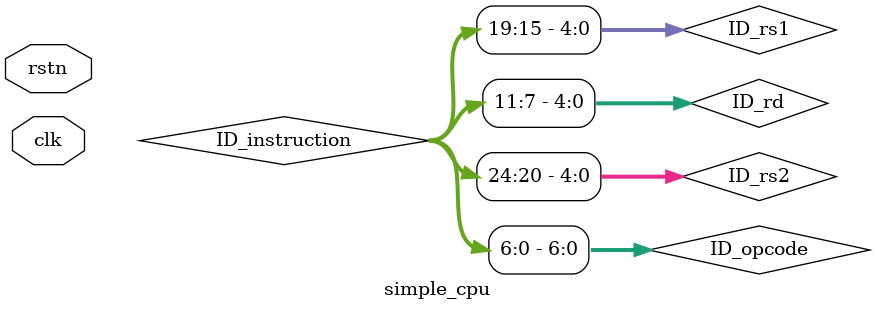
<source format=v>


module simple_cpu
#(parameter DATA_WIDTH = 32)(
  input clk,
  input rstn
);

///////////////////////////////////////////////////////////////////////////////
// TODO:  Declare all wires / registers that are needed
///////////////////////////////////////////////////////////////////////////////
// 1) Pipeline registers (wires to / from pipeline register modules)
// 2) In / Out ports for other modules
// 3) Additional wires for multiplexers or other mdoules you instantiate

//////// IF stage ////////
wire [DATA_WIDTH-1:0] IF_instruction;
wire [DATA_WIDTH-1:0] IF_PC_PLUS_4;

//////// ID stage ////////
// notation : XX_ : XX stage에서 "쓰는" 정보, AABB_reg 이면 BB에서 쓰이는 정보
wire [DATA_WIDTH-1:0] ID_instruction;
wire [DATA_WIDTH-1:0] ID_PC;
wire [DATA_WIDTH-1:0] ID_PC_PLUS_4;

// instruction fields
wire [6:0] ID_opcode = ID_instruction[6:0];
wire [6:0] ID_funct7 = ID_instruction[31:25];
wire [2:0] ID_funct3 = ID_instruction[14:12];

// for R type
wire [4:0] ID_rs1  = ID_instruction[19:15];
wire [4:0] ID_rs2  = ID_instruction[24:20];
wire [4:0] ID_rd   = ID_instruction[11:7];

// regfile output
wire [31:0] ID_rs1_out, ID_rs2_out;

// immgen
wire [DATA_WIDTH-1:0] ID_sextimm; // sign-extended immediate value

// control unit
wire [1:0]	ID_jump;
wire 		ID_branch;      	
wire [1:0] 	ID_alu_op; 	
wire 		ID_alu_src; 		
wire 		ID_mem_read; 		
wire 		ID_mem_to_reg; 	
wire 		ID_mem_write;	
wire 		ID_reg_write; 	

wire stall, flush;

//////// EX stage ////////
wire [DATA_WIDTH-1:0] EX_PC;
wire [DATA_WIDTH-1:0] EX_PC_PLUS_4;
wire [DATA_WIDTH-1:0] EX_PC_TARGET;

wire [6:0] EX_opcode;
wire [6:0] EX_funct7;
wire [2:0] EX_funct3;

wire [4:0] EX_rs1, EX_rs2, EX_rd;
wire [31:0] EX_rs1_out, EX_rs2_out, EX_rs2_mid_out;

wire [DATA_WIDTH-1:0] EX_sextimm; // sign-extended immediate value

// control unit
wire [1:0] 	EX_jump;
wire 		EX_branch;
wire [1:0] 	EX_alu_op;
wire 		EX_alu_src;
wire 		EX_mem_read;
wire 		EX_mem_to_reg;
wire 		EX_mem_write;
wire 		EX_reg_write;

wire [31:0] EX_alu_result;
wire EX_alu_check;
wire EX_taken;
wire [3:0] EX_alu_func;

wire [1:0] forward_a, forward_b; // forwarding signals
wire [31:0] EX_alu_in1_fwd, EX_alu_in2_fwd; // ALU inputs after forwarding

//////// MEM stage ////////
wire [DATA_WIDTH-1:0] MEM_PC_PLUS_4;
wire [DATA_WIDTH-1:0] MEM_PC_TARGET;

// control unit
wire [1:0] 	MEM_jump;
wire 		MEM_branch;
wire [1:0] 	MEM_alu_op;
wire 		MEM_alu_src;
wire 		MEM_mem_read;
wire 		MEM_mem_to_reg;
wire 		MEM_mem_write;
wire 		MEM_reg_write;

wire MEM_taken;
wire [31:0] MEM_alu_result;
wire [2:0] 	MEM_funct3;
wire [4:0] 	MEM_rd;
wire [31:0] MEM_write_data;
wire [31:0] MEM_read_data;

//////// WB stage ////////
wire [DATA_WIDTH-1:0] WB_PC_PLUS_4;

// control unit
wire [1:0] 	WB_jump;
wire 		WB_mem_to_reg;
wire 		WB_reg_write;

wire [31:0] WB_read_data;
wire [31:0] WB_alu_result;
wire [4:0] 	WB_rd;

wire [31:0] WB_write_data;

///////////////////////////////////////////////////////////////////////////////
// Instruction Fetch (IF)
///////////////////////////////////////////////////////////////////////////////

reg [DATA_WIDTH-1:0] PC;    // program counter (32 bits)

wire [DATA_WIDTH-1:0] NEXT_PC;
wire [DATA_WIDTH-1:0] NEXT_PC_mid_out_1;
wire [DATA_WIDTH-1:0] NEXT_PC_mid_out_2;

/////////////// PC selection muxes ///////////////
mux_2x1 m_branch_mux(
  .in1(IF_PC_PLUS_4), // PC+4
  .in2(MEM_PC_TARGET), // branch target

  .select(MEM_taken), // branch taken

  .out(NEXT_PC_mid_out_1)
);

mux_4x1 m_jump_mux(
  .in1(NEXT_PC_mid_out_1),  // branch target or PC+4
  .in2(MEM_PC_TARGET),      // JAL
  .in3(32'b0),              // CANNOT FALL HERE
  .in4(MEM_alu_result),     // JALR

  .select(MEM_jump),

  .out(NEXT_PC_mid_out_2)
);

mux_2x1 m_stall_mux(
  .in1(NEXT_PC_mid_out_2),  // either branch, jump, PC+4
  .in2(PC),                 // hold PC when stall

  .select(!flush && stall),

  .out(NEXT_PC)
);

/* m_next_pc_adder */
adder m_pc_plus_4_adder(
  .in_a   (PC),
  .in_b   (32'h0000_0004),

  .result (IF_PC_PLUS_4)
);

always @(posedge clk) begin
  if (rstn == 1'b0) begin
    PC <= 32'h00000000;
  end
  else PC <= NEXT_PC;
end

/* instruction: read current instruction from inst mem */
instruction_memory m_instruction_memory(
  .address    (PC),

  .instruction(IF_instruction)
);

/* forward to IF/ID stage registers */
ifid_reg m_ifid_reg(
  // TODO: Add flush or stall signal if it is needed
  .clk            (clk),
  .if_PC          (PC),
  .if_pc_plus_4   (IF_PC_PLUS_4),
  .if_instruction (IF_instruction),

  .id_PC          (ID_PC),
  .id_pc_plus_4   (ID_PC_PLUS_4),
  .id_instruction (ID_instruction),

  .flush          (flush),
  .stall          (stall)
);


//////////////////////////////////////////////////////////////////////////////////
// Instruction Decode (ID)
//////////////////////////////////////////////////////////////////////////////////

/* m_hazard: hazard detection unit */
hazard m_hazard(
  // TODO: implement hazard detection unit & do wiring
  .ID_rs1(ID_rs1),
  .ID_rs2(ID_rs2),
  .EX_rd(EX_rd),
  .EX_mem_read(EX_mem_read),
  .branch_taken(MEM_taken),
  .MEM_jump(MEM_jump[0]),

  .flush(flush),
  .stall(stall)
);

/* m_control: control unit */
control m_control(
  .opcode     (ID_opcode),

  .jump       (ID_jump),
  .branch     (ID_branch),
  .alu_op     (ID_alu_op),
  .alu_src    (ID_alu_src),
  .mem_read   (ID_mem_read),
  .mem_to_reg (ID_mem_to_reg),
  .mem_write  (ID_mem_write),
  .reg_write  (ID_reg_write)
);

/* m_imm_generator: immediate generator */
imm_generator m_immediate_generator(
  .instruction(ID_instruction),

  .sextimm    (ID_sextimm)
);

/* m_register_file: register file */
register_file m_register_file(
  .clk        (clk),
  .readreg1   (ID_rs1),
  .readreg2   (ID_rs2),
  .writereg   (WB_rd),
  .wen        (WB_reg_write),
  .writedata  (WB_write_data),

  .readdata1  (ID_rs1_out),
  .readdata2  (ID_rs2_out)
);

/* forward to ID/EX stage registers */
idex_reg m_idex_reg(
  // TODO: Add flush or stall signal if it is needed
  .clk          (clk),
  .id_PC        (ID_PC),
  .id_pc_plus_4 (ID_PC_PLUS_4),
  .id_jump      (ID_jump), // 2bit
  .id_branch    (ID_branch),
  .id_aluop     (ID_alu_op),
  .id_alusrc    (ID_alu_src),
  .id_memread   (ID_mem_read),
  .id_memwrite  (ID_mem_write),
  .id_memtoreg  (ID_mem_to_reg),
  .id_regwrite  (ID_reg_write),
  .id_sextimm   (ID_sextimm),
  .id_funct7    (ID_funct7),
  .id_funct3    (ID_funct3),
  .id_readdata1 (ID_rs1_out),
  .id_readdata2 (ID_rs2_out),
  .id_rs1       (ID_rs1),
  .id_rs2       (ID_rs2),
  .id_rd        (ID_rd),

  .ex_PC        (EX_PC),
  .ex_pc_plus_4 (EX_PC_PLUS_4),
  .ex_jump      (EX_jump),
  .ex_branch    (EX_branch),
  .ex_aluop     (EX_alu_op),
  .ex_alusrc    (EX_alu_src),
  .ex_memread   (EX_mem_read),
  .ex_memwrite  (EX_mem_write),
  .ex_memtoreg  (EX_mem_to_reg),
  .ex_regwrite  (EX_reg_write),
  .ex_sextimm   (EX_sextimm),
  .ex_funct7    (EX_funct7),
  .ex_funct3    (EX_funct3),
  .ex_readdata1 (EX_rs1_out),
  .ex_readdata2 (EX_rs2_out),
  .ex_rs1       (EX_rs1),
  .ex_rs2       (EX_rs2),
  .ex_rd        (EX_rd),

  .flush        (flush),
  .stall        (stall)
);

//////////////////////////////////////////////////////////////////////////////////
// Execute (EX) 
//////////////////////////////////////////////////////////////////////////////////

/* m_branch_target_adder: PC + imm for branch address */
adder m_branch_target_adder(
  .in_a   (EX_PC),
  .in_b   (EX_sextimm),

  .result (EX_PC_TARGET)
);

/* m_branch_control : checks T/NT */
branch_control m_branch_control(
  .branch (EX_branch),
  .check  (EX_alu_check),
  
  .taken  (EX_taken)
);

/* alu control : generates alu_func signal */
alu_control m_alu_control(
  .alu_op   (EX_alu_op),
  .funct7   (EX_funct7),
  .funct3   (EX_funct3),

  .alu_func (EX_alu_func)
);

/* m_alu */
alu m_alu(
  .alu_func (EX_alu_func),
  .in_a     (EX_alu_in1_fwd), 
  .in_b     (EX_alu_in2_fwd), 

  .result   (EX_alu_result),
  .check    (EX_alu_check)
);

forwarding m_forwarding(
  // TODO: implement forwarding unit & do wiring
  .rs1(EX_rs1),
  .rs2(EX_rs2),
  .rd_exmem(MEM_rd),
  .reg_write_exmem(MEM_reg_write),
  .rd_memwb(WB_rd),
  .reg_write_memwb(WB_reg_write),
  
  // 0 : no forward, 1 : forward from EX stage, 2 : forward from MEM stage
  .forward_a(forward_a), 
  .forward_b(forward_b)
);

mux_3x1 m_forward_a_mux(
  .in1(EX_rs1_out),
  .in2(MEM_alu_result), //alu forwarding from EX/MEM stage
  .in3(WB_write_data),  //alu forwarding from MEM/WB stage

  .select(forward_a),

  .out(EX_alu_in1_fwd)
);

mux_3x1 m_forward_b_mux(
  .in1(EX_rs2_out),
  .in2(MEM_alu_result),
  .in3(WB_write_data),

  .select(forward_b),

  .out(EX_rs2_mid_out)
);

// mux 2x1 for ALU input 2
mux_2x1 m_alu_src_mux(
  .in1(EX_rs2_mid_out), // rs2 value
  .in2(EX_sextimm),     // imm value

  .select(EX_alu_src),

  .out(EX_alu_in2_fwd) // ALU input 2
);

/* forward to EX/MEM stage registers */
exmem_reg m_exmem_reg(
  // TODO: Add flush or stall signal if it is needed
  .clk            (clk),
  .ex_pc_plus_4   (EX_PC_PLUS_4),
  .ex_pc_target   (EX_PC_TARGET),
  .ex_taken       (EX_taken), 
  .ex_jump        (EX_jump),
  .ex_memread     (EX_mem_read),
  .ex_memwrite    (EX_mem_write),
  .ex_memtoreg    (EX_mem_to_reg),
  .ex_regwrite    (EX_reg_write),
  .ex_alu_result  (EX_alu_result),
  .ex_writedata   (EX_rs2_mid_out), // data to be written @ MEM stage
  .ex_funct3      (EX_funct3),
  .ex_rd          (EX_rd),
  
  .mem_pc_plus_4  (MEM_PC_PLUS_4),
  .mem_pc_target  (MEM_PC_TARGET),
  .mem_taken      (MEM_taken), 
  .mem_jump       (MEM_jump),
  .mem_memread    (MEM_mem_read),
  .mem_memwrite   (MEM_mem_write),
  .mem_memtoreg   (MEM_mem_to_reg),
  .mem_regwrite   (MEM_reg_write),
  .mem_alu_result (MEM_alu_result),
  .mem_writedata  (MEM_write_data),
  .mem_funct3     (MEM_funct3),
  .mem_rd         (MEM_rd),

  .flush          (flush)
);

//////////////////////////////////////////////////////////////////////////////////
// Memory (MEM) 
//////////////////////////////////////////////////////////////////////////////////

/* m_data_memory : main memory module */
data_memory m_data_memory(
  .clk         (clk),
  .address     (MEM_alu_result),
  .write_data  (MEM_write_data),
  .mem_read    (MEM_mem_read),
  .mem_write   (MEM_mem_write),
  .maskmode    (MEM_funct3[1:0]),
  .sext        (MEM_funct3[2]),

  .read_data   (MEM_read_data)
);

/* forward to MEM/WB stage registers */
memwb_reg m_memwb_reg(
  // TODO: Add flush or stall signal if it is needed
  .clk            (clk),
  .mem_pc_plus_4  (MEM_PC_PLUS_4),
  .mem_jump       (MEM_jump),
  .mem_memtoreg   (MEM_mem_to_reg),
  .mem_regwrite   (MEM_reg_write),
  .mem_readdata   (MEM_read_data),
  .mem_alu_result (MEM_alu_result),
  .mem_rd         (MEM_rd),

  .wb_pc_plus_4   (WB_PC_PLUS_4),
  .wb_jump        (WB_jump),
  .wb_memtoreg    (WB_mem_to_reg),
  .wb_regwrite    (WB_reg_write),
  .wb_readdata    (WB_read_data),
  .wb_alu_result  (WB_alu_result),
  .wb_rd          (WB_rd)
);

//////////////////////////////////////////////////////////////////////////////////
// Write Back (WB) 
//////////////////////////////////////////////////////////////////////////////////

// MUX for write data
mux_4x1 m_write_data_mux(
  .in1(WB_alu_result),
  .in2(WB_read_data),
  .in3(WB_PC_PLUS_4), // jalr jal
  .in4(WB_PC_PLUS_4), // jalr jal

  .select({WB_jump[0], WB_mem_to_reg}),

  .out(WB_write_data)
);

endmodule

</source>
